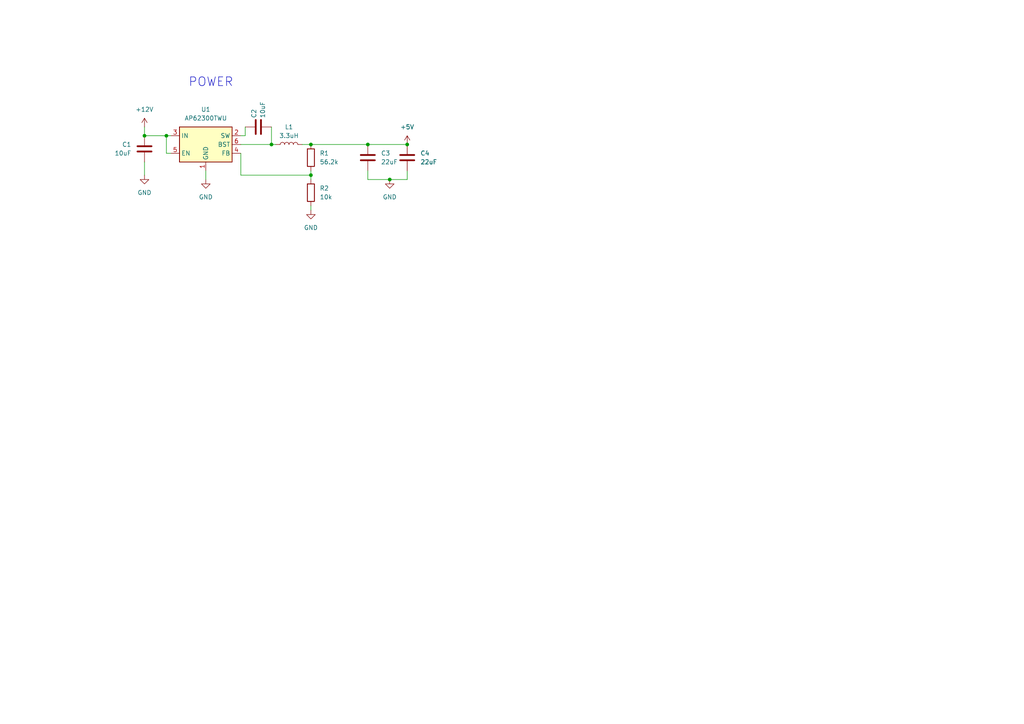
<source format=kicad_sch>
(kicad_sch (version 20230121) (generator eeschema)
  (paper "A4")
  (lib_symbols
    (symbol "Device:C" (pin_numbers hide) (pin_names (offset 0.254))
      (property "Reference" "C" (at 0.635 2.54 0))
      (property "Value" "C" (at 0.635 -2.54 0))
      (symbol "C_0_1"
        (polyline (pts (xy -2.032 -0.762) (xy 2.032 -0.762)) (stroke (width 0.508)))
        (polyline (pts (xy -2.032 0.762) (xy 2.032 0.762)) (stroke (width 0.508)))
      )
      (symbol "C_1_1"
        (pin passive line (at 0 3.81 270) (length 2.794) (name "~") (number "1"))
        (pin passive line (at 0 -3.81 90) (length 2.794) (name "~") (number "2"))
      )
    )
    (symbol "Device:L" (pin_numbers hide) (pin_names (offset 1.016) hide)
      (property "Reference" "L" (at -1.27 0 90))
      (property "Value" "L" (at 1.905 0 90))
      (symbol "L_0_1"
        (arc (start 0 -2.54) (mid 0.6323 -1.905) (end 0 -1.27))
        (arc (start 0 -1.27) (mid 0.6323 -0.635) (end 0 0))
        (arc (start 0 0) (mid 0.6323 0.635) (end 0 1.27))
        (arc (start 0 1.27) (mid 0.6323 1.905) (end 0 2.54))
      )
      (symbol "L_1_1"
        (pin passive line (at 0 3.81 270) (length 1.27) (name "1") (number "1"))
        (pin passive line (at 0 -3.81 90) (length 1.27) (name "2") (number "2"))
      )
    )
    (symbol "Device:R" (pin_numbers hide) (pin_names (offset 0))
      (property "Reference" "R" (at 2.032 0 90))
      (property "Value" "R" (at 0 0 90))
      (symbol "R_0_1"
        (rectangle (start -1.016 -2.54) (end 1.016 2.54) (stroke (width 0.254)))
      )
      (symbol "R_1_1"
        (pin passive line (at 0 3.81 270) (length 1.27) (name "~") (number "1"))
        (pin passive line (at 0 -3.81 90) (length 1.27) (name "~") (number "2"))
      )
    )
    (symbol "Regulator_Switching:AP62300TWU"
      (property "Reference" "U" (at -7.62 6.35 0))
      (property "Value" "AP62300TWU" (at 2.54 6.35 0))
      (symbol "AP62300TWU_0_1"
        (rectangle (start -7.62 5.08) (end 7.62 -5.08) (stroke (width 0.254)) (fill (type background)))
      )
      (symbol "AP62300TWU_1_1"
        (pin power_in line (at 0 -7.62 90) (length 2.54) (name "GND") (number "1"))
        (pin output line (at 10.16 2.54 180) (length 2.54) (name "SW") (number "2"))
        (pin power_in line (at -10.16 2.54 0) (length 2.54) (name "IN") (number "3"))
        (pin input line (at 10.16 -2.54 180) (length 2.54) (name "FB") (number "4"))
        (pin input line (at -10.16 -2.54 0) (length 2.54) (name "EN") (number "5"))
        (pin passive line (at 10.16 0 180) (length 2.54) (name "BST") (number "6"))
      )
    )
    (symbol "power:+12V" (power) (pin_names (offset 0))
      (property "Value" "+12V" (at 0 3.556 0))
      (symbol "+12V_0_1"
        (polyline (pts (xy -0.762 1.27) (xy 0 2.54)))
        (polyline (pts (xy 0 0) (xy 0 2.54)))
        (polyline (pts (xy 0 2.54) (xy 0.762 1.27)))
      )
      (symbol "+12V_1_1"
        (pin power_in line (at 0 0 90) (length 0) hide (name "+12V") (number "1"))
      )
    )
    (symbol "power:+5V" (power) (pin_names (offset 0))
      (property "Value" "+5V" (at 0 3.556 0))
      (symbol "+5V_0_1"
        (polyline (pts (xy -0.762 1.27) (xy 0 2.54)))
        (polyline (pts (xy 0 0) (xy 0 2.54)))
        (polyline (pts (xy 0 2.54) (xy 0.762 1.27)))
      )
      (symbol "+5V_1_1"
        (pin power_in line (at 0 0 90) (length 0) hide (name "+5V") (number "1"))
      )
    )
    (symbol "power:GND" (power) (pin_names (offset 0))
      (property "Value" "GND" (at 0 -3.81 0))
      (symbol "GND_0_1"
        (polyline (pts (xy 0 0) (xy 0 -1.27) (xy 1.27 -1.27) (xy 0 -2.54) (xy -1.27 -1.27) (xy 0 -1.27)))
      )
      (symbol "GND_1_1"
        (pin power_in line (at 0 0 270) (length 0) hide (name "GND") (number "1"))
      )
    )
  )
  (junction (at 113.03 52.07))
  (junction (at 48.26 39.37))
  (junction (at 41.91 39.37))
  (junction (at 106.68 41.91))
  (junction (at 90.17 41.91))
  (junction (at 118.11 41.91))
  (junction (at 78.74 41.91))
  (junction (at 90.17 50.8))
  (wire (pts (xy 48.26 39.37) (xy 49.53 39.37)))
  (wire (pts (xy 41.91 39.37) (xy 48.26 39.37)))
  (wire (pts (xy 41.91 36.83) (xy 41.91 39.37)))
  (wire (pts (xy 90.17 50.8) (xy 69.85 50.8)))
  (wire (pts (xy 90.17 49.53) (xy 90.17 50.8)))
  (wire (pts (xy 69.85 44.45) (xy 69.85 50.8)))
  (wire (pts (xy 118.11 52.07) (xy 113.03 52.07)))
  (wire (pts (xy 69.85 39.37) (xy 71.12 39.37)))
  (wire (pts (xy 69.85 41.91) (xy 78.74 41.91)))
  (wire (pts (xy 90.17 50.8) (xy 90.17 52.07)))
  (wire (pts (xy 71.12 39.37) (xy 71.12 36.83)))
  (wire (pts (xy 90.17 59.69) (xy 90.17 60.96)))
  (wire (pts (xy 90.17 41.91) (xy 106.68 41.91)))
  (wire (pts (xy 106.68 41.91) (xy 118.11 41.91)))
  (wire (pts (xy 59.69 49.53) (xy 59.69 52.07)))
  (wire (pts (xy 41.91 46.99) (xy 41.91 50.8)))
  (wire (pts (xy 48.26 44.45) (xy 48.26 39.37)))
  (wire (pts (xy 106.68 49.53) (xy 106.68 52.07)))
  (wire (pts (xy 87.63 41.91) (xy 90.17 41.91)))
  (wire (pts (xy 106.68 52.07) (xy 113.03 52.07)))
  (wire (pts (xy 78.74 41.91) (xy 80.01 41.91)))
  (wire (pts (xy 78.74 36.83) (xy 78.74 41.91)))
  (wire (pts (xy 49.53 44.45) (xy 48.26 44.45)))
  (wire (pts (xy 118.11 49.53) (xy 118.11 52.07)))
  (text "POWER" (at 54.61 25.4 0) (effects (font (size 2.54 2.54)) (justify left bottom)))
  (symbol (lib_id "power:GND") (at 90.17 60.96 0) (unit 1)
    (property "Reference" "#PWR04" (effects hide))
    (property "Value" "GND" (at 90.17 66.04 0))
  )
  (symbol (lib_id "Device:C") (at 118.11 45.72 0) (unit 1)
    (property "Reference" "C4" (at 121.92 44.45 0) (effects (justify left)))
    (property "Value" "22uF" (at 121.92 46.99 0) (effects (justify left)))
  )
  (symbol (lib_id "power:GND") (at 113.03 52.07 0) (unit 1)
    (property "Reference" "#PWR06" (effects hide))
    (property "Value" "GND" (at 113.03 57.15 0))
  )
  (symbol (lib_id "power:+5V") (at 118.11 41.91 0) (unit 1)
    (property "Reference" "#PWR05" (effects hide))
    (property "Value" "+5V" (at 118.11 36.83 0))
  )
  (symbol (lib_id "Device:R") (at 90.17 45.72 0) (unit 1)
    (property "Reference" "R1" (at 92.71 44.45 0) (effects (justify left)))
    (property "Value" "56.2k" (at 92.71 46.99 0) (effects (justify left)))
  )
  (symbol (lib_id "power:GND") (at 59.69 52.07 0) (unit 1)
    (property "Reference" "#PWR02" (effects hide))
    (property "Value" "GND" (at 59.69 57.15 0))
  )
  (symbol (lib_id "Device:C") (at 41.91 43.18 0) (mirror y) (unit 1)
    (property "Reference" "C1" (at 38.1 41.91 0) (effects (justify left)))
    (property "Value" "10uF" (at 38.1 44.45 0) (effects (justify left)))
  )
  (symbol (lib_id "Device:C") (at 106.68 45.72 0) (unit 1)
    (property "Reference" "C3" (at 110.49 44.45 0) (effects (justify left)))
    (property "Value" "22uF" (at 110.49 46.99 0) (effects (justify left)))
  )
  (symbol (lib_id "Device:R") (at 90.17 55.88 0) (unit 1)
    (property "Reference" "R2" (at 92.71 54.61 0) (effects (justify left)))
    (property "Value" "10k" (at 92.71 57.15 0) (effects (justify left)))
  )
  (symbol (lib_id "Regulator_Switching:AP62300TWU") (at 59.69 41.91 0) (unit 1)
    (property "Reference" "U1" (at 59.69 31.75 0))
    (property "Value" "AP62300TWU" (at 59.69 34.29 0))
    (property "Footprint" "Package_TO_SOT_SMD:TSOT-23-6" (effects hide))
    (property "Datasheet" "https://www.diodes.com/assets/Datasheets/AP62300_AP62301_AP62300T.pdf" (effects hide))
  )
  (symbol (lib_id "power:GND") (at 41.91 50.8 0) (unit 1)
    (property "Reference" "#PWR03" (effects hide))
    (property "Value" "GND" (at 41.91 55.88 0))
  )
  (symbol (lib_id "power:+12V") (at 41.91 36.83 0) (unit 1)
    (property "Reference" "#PWR01" (effects hide))
    (property "Value" "+12V" (at 41.91 31.75 0))
  )
  (symbol (lib_id "Device:L") (at 83.82 41.91 90) (unit 1)
    (property "Reference" "L1" (at 83.82 36.83 90))
    (property "Value" "3.3uH" (at 83.82 39.37 90))
  )
  (symbol (lib_id "Device:C") (at 74.93 36.83 90) (unit 1)
    (property "Reference" "C2" (at 73.66 34.29 0) (effects (justify left)))
    (property "Value" "10uF" (at 76.2 34.29 0) (effects (justify left)))
  )
)
</source>
